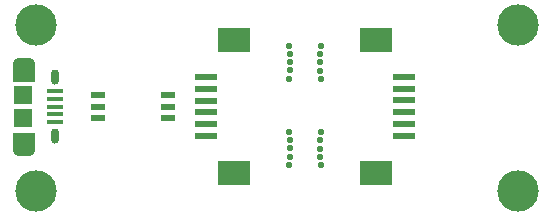
<source format=gbr>
G04 #@! TF.GenerationSoftware,KiCad,Pcbnew,(5.1.9)-1*
G04 #@! TF.CreationDate,2021-02-21T20:56:49-08:00*
G04 #@! TF.ProjectId,AnalogFaderV2,416e616c-6f67-4466-9164-657256322e6b,rev?*
G04 #@! TF.SameCoordinates,Original*
G04 #@! TF.FileFunction,Soldermask,Top*
G04 #@! TF.FilePolarity,Negative*
%FSLAX46Y46*%
G04 Gerber Fmt 4.6, Leading zero omitted, Abs format (unit mm)*
G04 Created by KiCad (PCBNEW (5.1.9)-1) date 2021-02-21 20:56:49*
%MOMM*%
%LPD*%
G01*
G04 APERTURE LIST*
%ADD10C,0.000100*%
%ADD11C,3.500001*%
%ADD12C,0.550800*%
%ADD13R,2.800000X2.100000*%
%ADD14R,1.900000X0.600000*%
%ADD15R,1.350000X0.400000*%
%ADD16O,0.650000X1.300000*%
%ADD17O,1.550000X0.775000*%
%ADD18R,1.550000X1.500000*%
%ADD19R,1.200000X0.500000*%
G04 APERTURE END LIST*
D10*
G36*
X108825000Y-62833700D02*
G01*
X108825000Y-64233700D01*
X107075000Y-64233700D01*
X107075000Y-62833700D01*
X107075685Y-62807532D01*
X107077739Y-62781436D01*
X107081156Y-62755483D01*
X107085926Y-62729744D01*
X107092037Y-62704290D01*
X107099472Y-62679192D01*
X107108210Y-62654516D01*
X107118227Y-62630332D01*
X107129497Y-62606705D01*
X107141987Y-62583700D01*
X107155665Y-62561380D01*
X107170492Y-62539807D01*
X107186427Y-62519040D01*
X107203428Y-62499135D01*
X107221447Y-62480147D01*
X107240435Y-62462128D01*
X107260340Y-62445127D01*
X107281107Y-62429192D01*
X107302680Y-62414365D01*
X107325000Y-62400687D01*
X107348005Y-62388197D01*
X107371632Y-62376927D01*
X107395816Y-62366910D01*
X107420492Y-62358172D01*
X107445590Y-62350737D01*
X107471044Y-62344626D01*
X107496783Y-62339856D01*
X107522736Y-62336439D01*
X107548832Y-62334385D01*
X107575000Y-62333700D01*
X108325000Y-62333700D01*
X108351168Y-62334385D01*
X108377264Y-62336439D01*
X108403217Y-62339856D01*
X108428956Y-62344626D01*
X108454410Y-62350737D01*
X108479508Y-62358172D01*
X108504184Y-62366910D01*
X108528368Y-62376927D01*
X108551995Y-62388197D01*
X108575000Y-62400687D01*
X108597320Y-62414365D01*
X108618893Y-62429192D01*
X108639660Y-62445127D01*
X108659565Y-62462128D01*
X108678553Y-62480147D01*
X108696572Y-62499135D01*
X108713573Y-62519040D01*
X108729508Y-62539807D01*
X108744335Y-62561380D01*
X108758013Y-62583700D01*
X108770503Y-62606705D01*
X108781773Y-62630332D01*
X108791790Y-62654516D01*
X108800528Y-62679192D01*
X108807963Y-62704290D01*
X108814074Y-62729744D01*
X108818844Y-62755483D01*
X108822261Y-62781436D01*
X108824315Y-62807532D01*
X108825000Y-62833700D01*
G37*
X108825000Y-62833700D02*
X108825000Y-64233700D01*
X107075000Y-64233700D01*
X107075000Y-62833700D01*
X107075685Y-62807532D01*
X107077739Y-62781436D01*
X107081156Y-62755483D01*
X107085926Y-62729744D01*
X107092037Y-62704290D01*
X107099472Y-62679192D01*
X107108210Y-62654516D01*
X107118227Y-62630332D01*
X107129497Y-62606705D01*
X107141987Y-62583700D01*
X107155665Y-62561380D01*
X107170492Y-62539807D01*
X107186427Y-62519040D01*
X107203428Y-62499135D01*
X107221447Y-62480147D01*
X107240435Y-62462128D01*
X107260340Y-62445127D01*
X107281107Y-62429192D01*
X107302680Y-62414365D01*
X107325000Y-62400687D01*
X107348005Y-62388197D01*
X107371632Y-62376927D01*
X107395816Y-62366910D01*
X107420492Y-62358172D01*
X107445590Y-62350737D01*
X107471044Y-62344626D01*
X107496783Y-62339856D01*
X107522736Y-62336439D01*
X107548832Y-62334385D01*
X107575000Y-62333700D01*
X108325000Y-62333700D01*
X108351168Y-62334385D01*
X108377264Y-62336439D01*
X108403217Y-62339856D01*
X108428956Y-62344626D01*
X108454410Y-62350737D01*
X108479508Y-62358172D01*
X108504184Y-62366910D01*
X108528368Y-62376927D01*
X108551995Y-62388197D01*
X108575000Y-62400687D01*
X108597320Y-62414365D01*
X108618893Y-62429192D01*
X108639660Y-62445127D01*
X108659565Y-62462128D01*
X108678553Y-62480147D01*
X108696572Y-62499135D01*
X108713573Y-62519040D01*
X108729508Y-62539807D01*
X108744335Y-62561380D01*
X108758013Y-62583700D01*
X108770503Y-62606705D01*
X108781773Y-62630332D01*
X108791790Y-62654516D01*
X108800528Y-62679192D01*
X108807963Y-62704290D01*
X108814074Y-62729744D01*
X108818844Y-62755483D01*
X108822261Y-62781436D01*
X108824315Y-62807532D01*
X108825000Y-62833700D01*
G36*
X107075000Y-70033700D02*
G01*
X107075000Y-68633700D01*
X108825000Y-68633700D01*
X108825000Y-70033700D01*
X108824315Y-70059868D01*
X108822261Y-70085964D01*
X108818844Y-70111917D01*
X108814074Y-70137656D01*
X108807963Y-70163110D01*
X108800528Y-70188208D01*
X108791790Y-70212884D01*
X108781773Y-70237068D01*
X108770503Y-70260695D01*
X108758013Y-70283700D01*
X108744335Y-70306020D01*
X108729508Y-70327593D01*
X108713573Y-70348360D01*
X108696572Y-70368265D01*
X108678553Y-70387253D01*
X108659565Y-70405272D01*
X108639660Y-70422273D01*
X108618893Y-70438208D01*
X108597320Y-70453035D01*
X108575000Y-70466713D01*
X108551995Y-70479203D01*
X108528368Y-70490473D01*
X108504184Y-70500490D01*
X108479508Y-70509228D01*
X108454410Y-70516663D01*
X108428956Y-70522774D01*
X108403217Y-70527544D01*
X108377264Y-70530961D01*
X108351168Y-70533015D01*
X108325000Y-70533700D01*
X107575000Y-70533700D01*
X107548832Y-70533015D01*
X107522736Y-70530961D01*
X107496783Y-70527544D01*
X107471044Y-70522774D01*
X107445590Y-70516663D01*
X107420492Y-70509228D01*
X107395816Y-70500490D01*
X107371632Y-70490473D01*
X107348005Y-70479203D01*
X107325000Y-70466713D01*
X107302680Y-70453035D01*
X107281107Y-70438208D01*
X107260340Y-70422273D01*
X107240435Y-70405272D01*
X107221447Y-70387253D01*
X107203428Y-70368265D01*
X107186427Y-70348360D01*
X107170492Y-70327593D01*
X107155665Y-70306020D01*
X107141987Y-70283700D01*
X107129497Y-70260695D01*
X107118227Y-70237068D01*
X107108210Y-70212884D01*
X107099472Y-70188208D01*
X107092037Y-70163110D01*
X107085926Y-70137656D01*
X107081156Y-70111917D01*
X107077739Y-70085964D01*
X107075685Y-70059868D01*
X107075000Y-70033700D01*
G37*
X107075000Y-70033700D02*
X107075000Y-68633700D01*
X108825000Y-68633700D01*
X108825000Y-70033700D01*
X108824315Y-70059868D01*
X108822261Y-70085964D01*
X108818844Y-70111917D01*
X108814074Y-70137656D01*
X108807963Y-70163110D01*
X108800528Y-70188208D01*
X108791790Y-70212884D01*
X108781773Y-70237068D01*
X108770503Y-70260695D01*
X108758013Y-70283700D01*
X108744335Y-70306020D01*
X108729508Y-70327593D01*
X108713573Y-70348360D01*
X108696572Y-70368265D01*
X108678553Y-70387253D01*
X108659565Y-70405272D01*
X108639660Y-70422273D01*
X108618893Y-70438208D01*
X108597320Y-70453035D01*
X108575000Y-70466713D01*
X108551995Y-70479203D01*
X108528368Y-70490473D01*
X108504184Y-70500490D01*
X108479508Y-70509228D01*
X108454410Y-70516663D01*
X108428956Y-70522774D01*
X108403217Y-70527544D01*
X108377264Y-70530961D01*
X108351168Y-70533015D01*
X108325000Y-70533700D01*
X107575000Y-70533700D01*
X107548832Y-70533015D01*
X107522736Y-70530961D01*
X107496783Y-70527544D01*
X107471044Y-70522774D01*
X107445590Y-70516663D01*
X107420492Y-70509228D01*
X107395816Y-70500490D01*
X107371632Y-70490473D01*
X107348005Y-70479203D01*
X107325000Y-70466713D01*
X107302680Y-70453035D01*
X107281107Y-70438208D01*
X107260340Y-70422273D01*
X107240435Y-70405272D01*
X107221447Y-70387253D01*
X107203428Y-70368265D01*
X107186427Y-70348360D01*
X107170492Y-70327593D01*
X107155665Y-70306020D01*
X107141987Y-70283700D01*
X107129497Y-70260695D01*
X107118227Y-70237068D01*
X107108210Y-70212884D01*
X107099472Y-70188208D01*
X107092037Y-70163110D01*
X107085926Y-70137656D01*
X107081156Y-70111917D01*
X107077739Y-70085964D01*
X107075685Y-70059868D01*
X107075000Y-70033700D01*
D11*
X149860000Y-59563000D03*
X149860000Y-73596500D03*
D12*
X133159500Y-71386700D03*
X133146800Y-68605400D03*
X133057900Y-69303900D03*
X133057900Y-70700900D03*
X133057900Y-70002400D03*
X130429000Y-68592700D03*
X130441700Y-71374000D03*
X130530600Y-70675500D03*
X130530600Y-69278500D03*
X130530600Y-69977000D03*
X133159500Y-64084200D03*
X133146800Y-61302900D03*
X133057900Y-62001400D03*
X133057900Y-63398400D03*
X133057900Y-62699900D03*
X130441700Y-64071500D03*
X130530600Y-63373000D03*
X130530600Y-62674500D03*
X130530600Y-61976000D03*
X130429000Y-61290200D03*
D11*
X109042200Y-73596500D03*
X109042200Y-59563000D03*
D13*
X125758400Y-60777700D03*
X125758400Y-72077700D03*
D14*
X123408400Y-68927700D03*
X123408400Y-63927700D03*
X123408400Y-64927700D03*
X123408400Y-65927700D03*
X123408400Y-66927700D03*
X123408400Y-67927700D03*
X140129300Y-64914300D03*
X140129300Y-65914300D03*
X140129300Y-66914300D03*
X140129300Y-67914300D03*
X140129300Y-68914300D03*
X140129300Y-63914300D03*
D13*
X137779300Y-60764300D03*
X137779300Y-72064300D03*
D15*
X110650000Y-65133700D03*
X110650000Y-65783700D03*
X110650000Y-66433700D03*
X110650000Y-67083700D03*
X110650000Y-67733700D03*
D16*
X110650000Y-63933700D03*
X110650000Y-68933700D03*
D17*
X107950000Y-62933700D03*
D18*
X107950000Y-65433700D03*
X107950000Y-67433700D03*
D17*
X107950000Y-69933700D03*
D19*
X120171000Y-65433700D03*
X120171000Y-66433700D03*
X120171000Y-67433700D03*
X114271000Y-65433700D03*
X114271000Y-66433700D03*
X114271000Y-67433700D03*
M02*

</source>
